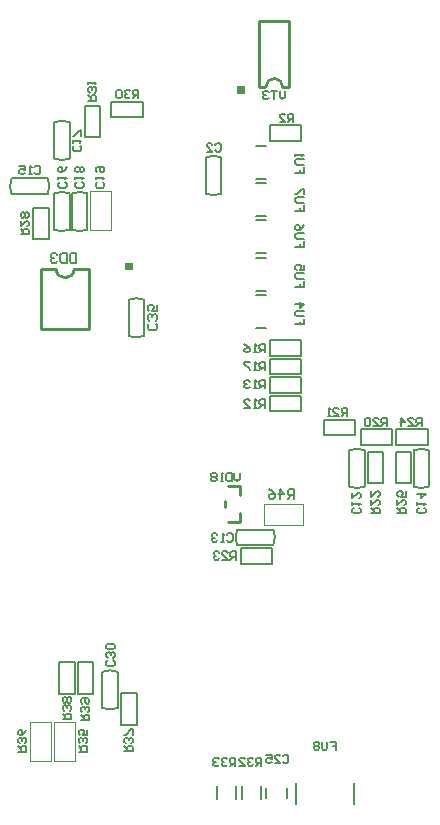
<source format=gbo>
G04 Layer_Color=32896*
%FSLAX24Y24*%
%MOIN*%
G70*
G01*
G75*
%ADD10C,0.0079*%
%ADD61C,0.0070*%
%ADD62C,0.0100*%
%ADD64C,0.0039*%
%ADD66C,0.0059*%
%ADD106C,0.0067*%
G36*
X36623Y35285D02*
X36373D01*
Y35535D01*
X36623D01*
Y35285D01*
D02*
G37*
G36*
X40361Y41177D02*
X40111D01*
Y41427D01*
X40361D01*
Y41177D01*
D02*
G37*
D10*
X43986Y17490D02*
Y18199D01*
X42057Y17490D02*
Y18199D01*
X40276Y17648D02*
Y18081D01*
X40906Y17648D02*
Y18081D01*
X39449Y17648D02*
Y18081D01*
X40079Y17648D02*
Y18081D01*
X40728Y37087D02*
X41083D01*
X40728Y38189D02*
X41083D01*
X40728Y35846D02*
X41083D01*
X40728Y36949D02*
X41083D01*
X40728Y34606D02*
X41083D01*
X40728Y35709D02*
X41083D01*
X40728Y33356D02*
X41083D01*
X40728Y34459D02*
X41083D01*
X40728Y38327D02*
X41083D01*
X40728Y39429D02*
X41083D01*
X41998Y27677D02*
Y27992D01*
X41841D01*
X41788Y27939D01*
Y27834D01*
X41841Y27782D01*
X41998D01*
X41893D02*
X41788Y27677D01*
X41526D02*
Y27992D01*
X41683Y27834D01*
X41473D01*
X41158Y27992D02*
X41263Y27939D01*
X41368Y27834D01*
Y27730D01*
X41316Y27677D01*
X41211D01*
X41158Y27730D01*
Y27782D01*
X41211Y27834D01*
X41368D01*
X37388Y33507D02*
X37441Y33455D01*
Y33350D01*
X37388Y33297D01*
X37178D01*
X37126Y33350D01*
Y33455D01*
X37178Y33507D01*
X37388Y33612D02*
X37441Y33665D01*
Y33770D01*
X37388Y33822D01*
X37336D01*
X37283Y33770D01*
Y33717D01*
Y33770D01*
X37231Y33822D01*
X37178D01*
X37126Y33770D01*
Y33665D01*
X37178Y33612D01*
X37441Y34137D02*
Y33927D01*
X37283D01*
X37336Y34032D01*
Y34084D01*
X37283Y34137D01*
X37178D01*
X37126Y34084D01*
Y33979D01*
X37178Y33927D01*
X34734Y35846D02*
Y35531D01*
X34577D01*
X34524Y35584D01*
Y35794D01*
X34577Y35846D01*
X34734D01*
X34419D02*
Y35531D01*
X34262D01*
X34209Y35584D01*
Y35794D01*
X34262Y35846D01*
X34419D01*
X34105Y35794D02*
X34052Y35846D01*
X33947D01*
X33895Y35794D01*
Y35741D01*
X33947Y35689D01*
X34000D01*
X33947D01*
X33895Y35636D01*
Y35584D01*
X33947Y35531D01*
X34052D01*
X34105Y35584D01*
D61*
X36486Y33097D02*
G03*
X36997Y33097I256J608D01*
G01*
Y34304D02*
G03*
X36486Y34304I-255J-609D01*
G01*
X35610Y20695D02*
G03*
X36121Y20695I256J608D01*
G01*
Y21903D02*
G03*
X35610Y21902I-255J-609D01*
G01*
X46496Y29285D02*
G03*
X45985Y29285I-256J-608D01*
G01*
Y28078D02*
G03*
X46496Y28078I255J609D01*
G01*
X44359Y29285D02*
G03*
X43849Y29285I-256J-608D01*
G01*
Y28078D02*
G03*
X44359Y28078I255J609D01*
G01*
X41312Y26133D02*
G03*
X41313Y26643I-608J256D01*
G01*
X40105D02*
G03*
X40106Y26133I609J-255D01*
G01*
X33793Y37835D02*
G03*
X33793Y38345I-608J256D01*
G01*
X32585D02*
G03*
X32586Y37835I609J-255D01*
G01*
X34518Y37848D02*
G03*
X34007Y37848I-256J-608D01*
G01*
Y36641D02*
G03*
X34518Y36641I255J609D01*
G01*
X34597D02*
G03*
X35107Y36641I256J608D01*
G01*
Y37848D02*
G03*
X34597Y37848I-255J-609D01*
G01*
X34006Y39012D02*
G03*
X34517Y39012I256J608D01*
G01*
Y40220D02*
G03*
X34006Y40219I-255J-609D01*
G01*
X39577Y39049D02*
G03*
X39066Y39049I-256J-608D01*
G01*
Y37841D02*
G03*
X39577Y37842I255J609D01*
G01*
X36486Y33100D02*
Y34301D01*
X36997Y33100D02*
Y34300D01*
X34793Y21171D02*
Y22215D01*
X35305Y21171D02*
Y22215D01*
X34793Y21171D02*
X35305D01*
X34793Y22215D02*
X35305D01*
X34173Y21171D02*
Y22215D01*
X34685Y21171D02*
Y22215D01*
X34173Y21171D02*
X34685D01*
X34173Y22215D02*
X34685D01*
X36762Y20138D02*
Y21181D01*
X36250Y20138D02*
Y21181D01*
X36762D01*
X36250Y20138D02*
X36762D01*
X35610Y20699D02*
Y21900D01*
X36121Y20699D02*
Y21899D01*
X45413Y29469D02*
X46457D01*
X45413Y29980D02*
X46457D01*
Y29469D02*
Y29980D01*
X45413Y29469D02*
Y29980D01*
X46496Y28081D02*
Y29281D01*
X45985Y28081D02*
Y29281D01*
X45896Y28189D02*
Y29232D01*
X45384Y28189D02*
Y29232D01*
X45896D01*
X45384Y28189D02*
X45896D01*
X44222Y29980D02*
X45266D01*
X44222Y29469D02*
X45266D01*
X44222D02*
Y29980D01*
X45266Y29469D02*
Y29980D01*
X44980Y28189D02*
Y29232D01*
X44468Y28189D02*
Y29232D01*
X44980D01*
X44468Y28189D02*
X44980D01*
X44359Y28081D02*
Y29281D01*
X43848Y28081D02*
Y29281D01*
X43002Y30295D02*
X44045D01*
X43002Y29783D02*
X44045D01*
X43002D02*
Y30295D01*
X44045Y29783D02*
Y30295D01*
X40217Y25512D02*
X41260D01*
X40217Y26024D02*
X41260D01*
Y25512D02*
Y26024D01*
X40217Y25512D02*
Y26024D01*
X40108Y26133D02*
X41309D01*
X40109Y26644D02*
X41309D01*
X41201Y31093D02*
X42244D01*
X41201Y30581D02*
X42244D01*
X41201D02*
Y31093D01*
X42244Y30581D02*
Y31093D01*
X41201Y31713D02*
X42244D01*
X41201Y31201D02*
X42244D01*
X41201D02*
Y31713D01*
X42244Y31201D02*
Y31713D01*
X41201Y32333D02*
X42244D01*
X41201Y31821D02*
X42244D01*
X41201D02*
Y32333D01*
X42244Y31821D02*
Y32333D01*
X41201Y32953D02*
X42244D01*
X41201Y32441D02*
X42244D01*
X41201D02*
Y32953D01*
X42244Y32441D02*
Y32953D01*
X32589Y37835D02*
X33789D01*
X32589Y38346D02*
X33789D01*
X34518Y36644D02*
Y37844D01*
X34007Y36644D02*
Y37844D01*
X34596Y36644D02*
Y37845D01*
X35107Y36644D02*
Y37844D01*
X34006Y39016D02*
Y40217D01*
X34517Y39016D02*
Y40216D01*
X33307Y36319D02*
Y37362D01*
X33819Y36319D02*
Y37362D01*
X33307Y36319D02*
X33819D01*
X33307Y37362D02*
X33819D01*
X35915Y40384D02*
X36959D01*
X35915Y40896D02*
X36959D01*
Y40384D02*
Y40896D01*
X35915Y40384D02*
Y40896D01*
X35531Y39734D02*
Y40778D01*
X35020Y39734D02*
Y40778D01*
X35531D01*
X35020Y39734D02*
X35531D01*
X41191Y40118D02*
X42234D01*
X41191Y39606D02*
X42234D01*
X41191D02*
Y40118D01*
X42234Y39606D02*
Y40118D01*
X39577Y37844D02*
Y39045D01*
X39066Y37845D02*
Y39045D01*
D62*
X34073Y35335D02*
G03*
X34673Y35335I300J0D01*
G01*
X41623Y41385D02*
G03*
X41065Y41404I-279J19D01*
G01*
X33573Y35335D02*
X34073D01*
X35173Y33335D02*
Y35335D01*
X33573Y33335D02*
Y35335D01*
Y33335D02*
X35173D01*
X34673Y35335D02*
X35173D01*
X41846Y41383D02*
Y43583D01*
X40846Y41383D02*
Y43583D01*
X41846D01*
X41646Y41383D02*
X41846D01*
X40846D02*
X41046D01*
X39784Y28100D02*
X40184D01*
Y27800D02*
Y28100D01*
X39784Y26900D02*
X40184D01*
Y27200D01*
X39684Y27400D02*
Y27600D01*
D64*
X33990Y20244D02*
X34691D01*
X33990Y18929D02*
X34691D01*
Y20244D01*
X33990Y18929D02*
Y20244D01*
X33212D02*
X33913D01*
X33212Y18929D02*
X33913D01*
Y20244D01*
X33212Y18929D02*
Y20244D01*
X35187Y37913D02*
X35896D01*
X35187Y36614D02*
X35896D01*
X35187D02*
Y37913D01*
X35896Y36614D02*
Y37913D01*
X40986Y26805D02*
Y27506D01*
X42301Y26805D02*
Y27506D01*
X40986D02*
X42301D01*
X40986Y26805D02*
X42301D01*
D66*
X39373Y39472D02*
X39419Y39518D01*
X39511D01*
X39557Y39472D01*
Y39288D01*
X39511Y39242D01*
X39419D01*
X39373Y39288D01*
X39098Y39242D02*
X39282D01*
X39098Y39426D01*
Y39472D01*
X39144Y39518D01*
X39236D01*
X39282Y39472D01*
X44176Y27369D02*
X44222Y27323D01*
Y27231D01*
X44176Y27185D01*
X43993D01*
X43947Y27231D01*
Y27323D01*
X43993Y27369D01*
X43947Y27461D02*
Y27552D01*
Y27506D01*
X44222D01*
X44176Y27461D01*
X43947Y27874D02*
Y27690D01*
X44131Y27874D01*
X44176D01*
X44222Y27828D01*
Y27736D01*
X44176Y27690D01*
X39767Y26470D02*
X39813Y26516D01*
X39905D01*
X39951Y26470D01*
Y26286D01*
X39905Y26240D01*
X39813D01*
X39767Y26286D01*
X39675Y26240D02*
X39583D01*
X39629D01*
Y26516D01*
X39675Y26470D01*
X39446D02*
X39400Y26516D01*
X39308D01*
X39262Y26470D01*
Y26424D01*
X39308Y26378D01*
X39354D01*
X39308D01*
X39262Y26332D01*
Y26286D01*
X39308Y26240D01*
X39400D01*
X39446Y26286D01*
X46342Y27369D02*
X46388Y27323D01*
Y27231D01*
X46342Y27185D01*
X46158D01*
X46112Y27231D01*
Y27323D01*
X46158Y27369D01*
X46112Y27461D02*
Y27552D01*
Y27506D01*
X46388D01*
X46342Y27461D01*
X46112Y27828D02*
X46388D01*
X46250Y27690D01*
Y27874D01*
X33350Y38724D02*
X33396Y38770D01*
X33488D01*
X33533Y38724D01*
Y38540D01*
X33488Y38494D01*
X33396D01*
X33350Y38540D01*
X33258Y38494D02*
X33166D01*
X33212D01*
Y38770D01*
X33258Y38724D01*
X32845Y38770D02*
X33028D01*
Y38632D01*
X32937Y38678D01*
X32891D01*
X32845Y38632D01*
Y38540D01*
X32891Y38494D01*
X32982D01*
X33028Y38540D01*
X34373Y38225D02*
X34419Y38179D01*
Y38087D01*
X34373Y38041D01*
X34190D01*
X34144Y38087D01*
Y38179D01*
X34190Y38225D01*
X34144Y38317D02*
Y38409D01*
Y38363D01*
X34419D01*
X34373Y38317D01*
X34419Y38730D02*
X34373Y38638D01*
X34281Y38546D01*
X34190D01*
X34144Y38592D01*
Y38684D01*
X34190Y38730D01*
X34236D01*
X34281Y38684D01*
Y38546D01*
X34856Y39445D02*
X34901Y39400D01*
Y39308D01*
X34856Y39262D01*
X34672D01*
X34626Y39308D01*
Y39400D01*
X34672Y39445D01*
X34626Y39537D02*
Y39629D01*
Y39583D01*
X34901D01*
X34856Y39537D01*
X34901Y39767D02*
Y39951D01*
X34856D01*
X34672Y39767D01*
X34626D01*
X34944Y38225D02*
X34990Y38179D01*
Y38087D01*
X34944Y38041D01*
X34760D01*
X34715Y38087D01*
Y38179D01*
X34760Y38225D01*
X34715Y38317D02*
Y38409D01*
Y38363D01*
X34990D01*
X34944Y38317D01*
Y38546D02*
X34990Y38592D01*
Y38684D01*
X34944Y38730D01*
X34898D01*
X34852Y38684D01*
X34806Y38730D01*
X34760D01*
X34715Y38684D01*
Y38592D01*
X34760Y38546D01*
X34806D01*
X34852Y38592D01*
X34898Y38546D01*
X34944D01*
X34852Y38592D02*
Y38684D01*
X35623Y38225D02*
X35669Y38179D01*
Y38087D01*
X35623Y38041D01*
X35440D01*
X35394Y38087D01*
Y38179D01*
X35440Y38225D01*
X35394Y38317D02*
Y38409D01*
Y38363D01*
X35669D01*
X35623Y38317D01*
X35440Y38546D02*
X35394Y38592D01*
Y38684D01*
X35440Y38730D01*
X35623D01*
X35669Y38684D01*
Y38592D01*
X35623Y38546D01*
X35577D01*
X35531Y38592D01*
Y38730D01*
X41627Y19088D02*
X41673Y19134D01*
X41765D01*
X41811Y19088D01*
Y18904D01*
X41765Y18858D01*
X41673D01*
X41627Y18904D01*
X41352Y18858D02*
X41536D01*
X41352Y19042D01*
Y19088D01*
X41398Y19134D01*
X41490D01*
X41536Y19088D01*
X41076Y19134D02*
X41260D01*
Y18996D01*
X41168Y19042D01*
X41122D01*
X41076Y18996D01*
Y18904D01*
X41122Y18858D01*
X41214D01*
X41260Y18904D01*
X35978Y22280D02*
X36024Y22234D01*
Y22142D01*
X35978Y22096D01*
X35794D01*
X35748Y22142D01*
Y22234D01*
X35794Y22280D01*
X35978Y22372D02*
X36024Y22418D01*
Y22510D01*
X35978Y22556D01*
X35932D01*
X35886Y22510D01*
Y22464D01*
Y22510D01*
X35840Y22556D01*
X35794D01*
X35748Y22510D01*
Y22418D01*
X35794Y22372D01*
X35978Y22647D02*
X36024Y22693D01*
Y22785D01*
X35978Y22831D01*
X35794D01*
X35748Y22785D01*
Y22693D01*
X35794Y22647D01*
X35978D01*
X42323Y38717D02*
Y38533D01*
X42185D01*
Y38625D01*
Y38533D01*
X42047D01*
X42323Y38809D02*
X42093D01*
X42047Y38855D01*
Y38947D01*
X42093Y38993D01*
X42323D01*
X42047Y39084D02*
Y39176D01*
Y39130D01*
X42323D01*
X42277Y39084D01*
X42323Y33668D02*
Y33484D01*
X42185D01*
Y33576D01*
Y33484D01*
X42047D01*
X42323Y33760D02*
X42093D01*
X42047Y33806D01*
Y33898D01*
X42093Y33943D01*
X42323D01*
X42047Y34173D02*
X42323D01*
X42185Y34035D01*
Y34219D01*
X42323Y34918D02*
Y34734D01*
X42185D01*
Y34826D01*
Y34734D01*
X42047D01*
X42323Y35010D02*
X42093D01*
X42047Y35056D01*
Y35148D01*
X42093Y35193D01*
X42323D01*
Y35469D02*
Y35285D01*
X42185D01*
X42231Y35377D01*
Y35423D01*
X42185Y35469D01*
X42093D01*
X42047Y35423D01*
Y35331D01*
X42093Y35285D01*
X42323Y36247D02*
Y36063D01*
X42185D01*
Y36155D01*
Y36063D01*
X42047D01*
X42323Y36338D02*
X42093D01*
X42047Y36384D01*
Y36476D01*
X42093Y36522D01*
X42323D01*
Y36798D02*
X42277Y36706D01*
X42185Y36614D01*
X42093D01*
X42047Y36660D01*
Y36752D01*
X42093Y36798D01*
X42139D01*
X42185Y36752D01*
Y36614D01*
X42323Y37447D02*
Y37264D01*
X42185D01*
Y37356D01*
Y37264D01*
X42047D01*
X42323Y37539D02*
X42093D01*
X42047Y37585D01*
Y37677D01*
X42093Y37723D01*
X42323D01*
Y37815D02*
Y37998D01*
X42277D01*
X42093Y37815D01*
X42047D01*
X43202Y19577D02*
X43386D01*
Y19439D01*
X43294D01*
X43386D01*
Y19301D01*
X43110Y19577D02*
Y19347D01*
X43064Y19301D01*
X42973D01*
X42927Y19347D01*
Y19577D01*
X42835Y19531D02*
X42789Y19577D01*
X42697D01*
X42651Y19531D01*
Y19485D01*
X42697Y19439D01*
X42651Y19393D01*
Y19347D01*
X42697Y19301D01*
X42789D01*
X42835Y19347D01*
Y19393D01*
X42789Y19439D01*
X42835Y19485D01*
Y19531D01*
X42789Y19439D02*
X42697D01*
X41978Y40226D02*
Y40502D01*
X41841D01*
X41795Y40456D01*
Y40364D01*
X41841Y40318D01*
X41978D01*
X41887D02*
X41795Y40226D01*
X41519D02*
X41703D01*
X41519Y40410D01*
Y40456D01*
X41565Y40502D01*
X41657D01*
X41703Y40456D01*
X41033Y30709D02*
Y30984D01*
X40896D01*
X40850Y30938D01*
Y30846D01*
X40896Y30800D01*
X41033D01*
X40942D02*
X40850Y30709D01*
X40758D02*
X40666D01*
X40712D01*
Y30984D01*
X40758Y30938D01*
X40345Y30709D02*
X40528D01*
X40345Y30892D01*
Y30938D01*
X40391Y30984D01*
X40482D01*
X40528Y30938D01*
X41033Y31348D02*
Y31624D01*
X40896D01*
X40850Y31578D01*
Y31486D01*
X40896Y31440D01*
X41033D01*
X40942D02*
X40850Y31348D01*
X40758D02*
X40666D01*
X40712D01*
Y31624D01*
X40758Y31578D01*
X40528D02*
X40482Y31624D01*
X40391D01*
X40345Y31578D01*
Y31532D01*
X40391Y31486D01*
X40437D01*
X40391D01*
X40345Y31440D01*
Y31394D01*
X40391Y31348D01*
X40482D01*
X40528Y31394D01*
X41033Y32549D02*
Y32825D01*
X40896D01*
X40850Y32779D01*
Y32687D01*
X40896Y32641D01*
X41033D01*
X40942D02*
X40850Y32549D01*
X40758D02*
X40666D01*
X40712D01*
Y32825D01*
X40758Y32779D01*
X40345Y32825D02*
X40437Y32779D01*
X40528Y32687D01*
Y32595D01*
X40482Y32549D01*
X40391D01*
X40345Y32595D01*
Y32641D01*
X40391Y32687D01*
X40528D01*
X41033Y31949D02*
Y32224D01*
X40896D01*
X40850Y32178D01*
Y32087D01*
X40896Y32041D01*
X41033D01*
X40942D02*
X40850Y31949D01*
X40758D02*
X40666D01*
X40712D01*
Y32224D01*
X40758Y32178D01*
X40528Y32224D02*
X40345D01*
Y32178D01*
X40528Y31995D01*
Y31949D01*
X45098Y30098D02*
Y30374D01*
X44961D01*
X44915Y30328D01*
Y30236D01*
X44961Y30190D01*
X45098D01*
X45007D02*
X44915Y30098D01*
X44639D02*
X44823D01*
X44639Y30282D01*
Y30328D01*
X44685Y30374D01*
X44777D01*
X44823Y30328D01*
X44547D02*
X44502Y30374D01*
X44410D01*
X44364Y30328D01*
Y30144D01*
X44410Y30098D01*
X44502D01*
X44547Y30144D01*
Y30328D01*
X43770Y30423D02*
Y30699D01*
X43632D01*
X43586Y30653D01*
Y30561D01*
X43632Y30515D01*
X43770D01*
X43678D02*
X43586Y30423D01*
X43311D02*
X43494D01*
X43311Y30607D01*
Y30653D01*
X43356Y30699D01*
X43448D01*
X43494Y30653D01*
X43219Y30423D02*
X43127D01*
X43173D01*
Y30699D01*
X43219Y30653D01*
X44577Y27185D02*
X44852D01*
Y27323D01*
X44806Y27369D01*
X44715D01*
X44669Y27323D01*
Y27185D01*
Y27277D02*
X44577Y27369D01*
Y27644D02*
Y27461D01*
X44760Y27644D01*
X44806D01*
X44852Y27598D01*
Y27506D01*
X44806Y27461D01*
X44577Y27920D02*
Y27736D01*
X44760Y27920D01*
X44806D01*
X44852Y27874D01*
Y27782D01*
X44806Y27736D01*
X40059Y25640D02*
Y25915D01*
X39921D01*
X39875Y25869D01*
Y25778D01*
X39921Y25732D01*
X40059D01*
X39967D02*
X39875Y25640D01*
X39600D02*
X39784D01*
X39600Y25823D01*
Y25869D01*
X39646Y25915D01*
X39738D01*
X39784Y25869D01*
X39508D02*
X39462Y25915D01*
X39370D01*
X39324Y25869D01*
Y25823D01*
X39370Y25778D01*
X39416D01*
X39370D01*
X39324Y25732D01*
Y25686D01*
X39370Y25640D01*
X39462D01*
X39508Y25686D01*
X46260Y30098D02*
Y30374D01*
X46122D01*
X46076Y30328D01*
Y30236D01*
X46122Y30190D01*
X46260D01*
X46168D02*
X46076Y30098D01*
X45801D02*
X45984D01*
X45801Y30282D01*
Y30328D01*
X45847Y30374D01*
X45938D01*
X45984Y30328D01*
X45571Y30098D02*
Y30374D01*
X45709Y30236D01*
X45525D01*
X45443Y27185D02*
X45718D01*
Y27323D01*
X45672Y27369D01*
X45581D01*
X45535Y27323D01*
Y27185D01*
Y27277D02*
X45443Y27369D01*
Y27644D02*
Y27461D01*
X45627Y27644D01*
X45672D01*
X45718Y27598D01*
Y27506D01*
X45672Y27461D01*
X45718Y27920D02*
Y27736D01*
X45581D01*
X45627Y27828D01*
Y27874D01*
X45581Y27920D01*
X45489D01*
X45443Y27874D01*
Y27782D01*
X45489Y27736D01*
X32884Y36486D02*
X33159D01*
Y36624D01*
X33113Y36670D01*
X33022D01*
X32976Y36624D01*
Y36486D01*
Y36578D02*
X32884Y36670D01*
Y36945D02*
Y36762D01*
X33068Y36945D01*
X33113D01*
X33159Y36899D01*
Y36808D01*
X33113Y36762D01*
Y37037D02*
X33159Y37083D01*
Y37175D01*
X33113Y37221D01*
X33068D01*
X33022Y37175D01*
X32976Y37221D01*
X32930D01*
X32884Y37175D01*
Y37083D01*
X32930Y37037D01*
X32976D01*
X33022Y37083D01*
X33068Y37037D01*
X33113D01*
X33022Y37083D02*
Y37175D01*
X36811Y41033D02*
Y41309D01*
X36673D01*
X36627Y41263D01*
Y41171D01*
X36673Y41125D01*
X36811D01*
X36719D02*
X36627Y41033D01*
X36536Y41263D02*
X36490Y41309D01*
X36398D01*
X36352Y41263D01*
Y41217D01*
X36398Y41171D01*
X36444D01*
X36398D01*
X36352Y41125D01*
Y41079D01*
X36398Y41033D01*
X36490D01*
X36536Y41079D01*
X36260Y41263D02*
X36214Y41309D01*
X36122D01*
X36076Y41263D01*
Y41079D01*
X36122Y41033D01*
X36214D01*
X36260Y41079D01*
Y41263D01*
X35138Y40935D02*
X35413D01*
Y41073D01*
X35367Y41119D01*
X35276D01*
X35230Y41073D01*
Y40935D01*
Y41027D02*
X35138Y41119D01*
X35367Y41211D02*
X35413Y41256D01*
Y41348D01*
X35367Y41394D01*
X35321D01*
X35276Y41348D01*
Y41302D01*
Y41348D01*
X35230Y41394D01*
X35184D01*
X35138Y41348D01*
Y41256D01*
X35184Y41211D01*
X35138Y41486D02*
Y41578D01*
Y41532D01*
X35413D01*
X35367Y41486D01*
X40915Y18770D02*
Y19045D01*
X40778D01*
X40732Y18999D01*
Y18907D01*
X40778Y18862D01*
X40915D01*
X40824D02*
X40732Y18770D01*
X40640Y18999D02*
X40594Y19045D01*
X40502D01*
X40456Y18999D01*
Y18953D01*
X40502Y18907D01*
X40548D01*
X40502D01*
X40456Y18862D01*
Y18816D01*
X40502Y18770D01*
X40594D01*
X40640Y18816D01*
X40181Y18770D02*
X40364D01*
X40181Y18953D01*
Y18999D01*
X40227Y19045D01*
X40318D01*
X40364Y18999D01*
X40049Y18750D02*
Y19025D01*
X39911D01*
X39866Y18980D01*
Y18888D01*
X39911Y18842D01*
X40049D01*
X39957D02*
X39866Y18750D01*
X39774Y18980D02*
X39728Y19025D01*
X39636D01*
X39590Y18980D01*
Y18934D01*
X39636Y18888D01*
X39682D01*
X39636D01*
X39590Y18842D01*
Y18796D01*
X39636Y18750D01*
X39728D01*
X39774Y18796D01*
X39498Y18980D02*
X39452Y19025D01*
X39360D01*
X39315Y18980D01*
Y18934D01*
X39360Y18888D01*
X39406D01*
X39360D01*
X39315Y18842D01*
Y18796D01*
X39360Y18750D01*
X39452D01*
X39498Y18796D01*
X34823Y19242D02*
X35098D01*
Y19380D01*
X35052Y19426D01*
X34961D01*
X34915Y19380D01*
Y19242D01*
Y19334D02*
X34823Y19426D01*
X35052Y19518D02*
X35098Y19564D01*
Y19655D01*
X35052Y19701D01*
X35006D01*
X34961Y19655D01*
Y19609D01*
Y19655D01*
X34915Y19701D01*
X34869D01*
X34823Y19655D01*
Y19564D01*
X34869Y19518D01*
X35098Y19977D02*
Y19793D01*
X34961D01*
X35006Y19885D01*
Y19931D01*
X34961Y19977D01*
X34869D01*
X34823Y19931D01*
Y19839D01*
X34869Y19793D01*
X32805Y19242D02*
X33081D01*
Y19380D01*
X33035Y19426D01*
X32943D01*
X32897Y19380D01*
Y19242D01*
Y19334D02*
X32805Y19426D01*
X33035Y19518D02*
X33081Y19564D01*
Y19655D01*
X33035Y19701D01*
X32989D01*
X32943Y19655D01*
Y19609D01*
Y19655D01*
X32897Y19701D01*
X32851D01*
X32805Y19655D01*
Y19564D01*
X32851Y19518D01*
X33081Y19977D02*
X33035Y19885D01*
X32943Y19793D01*
X32851D01*
X32805Y19839D01*
Y19931D01*
X32851Y19977D01*
X32897D01*
X32943Y19931D01*
Y19793D01*
X36348Y19252D02*
X36624D01*
Y19390D01*
X36578Y19436D01*
X36486D01*
X36440Y19390D01*
Y19252D01*
Y19344D02*
X36348Y19436D01*
X36578Y19527D02*
X36624Y19573D01*
Y19665D01*
X36578Y19711D01*
X36532D01*
X36486Y19665D01*
Y19619D01*
Y19665D01*
X36440Y19711D01*
X36394D01*
X36348Y19665D01*
Y19573D01*
X36394Y19527D01*
X36624Y19803D02*
Y19987D01*
X36578D01*
X36394Y19803D01*
X36348D01*
X34291Y20325D02*
X34567D01*
Y20463D01*
X34521Y20508D01*
X34429D01*
X34383Y20463D01*
Y20325D01*
Y20417D02*
X34291Y20508D01*
X34521Y20600D02*
X34567Y20646D01*
Y20738D01*
X34521Y20784D01*
X34475D01*
X34429Y20738D01*
Y20692D01*
Y20738D01*
X34383Y20784D01*
X34337D01*
X34291Y20738D01*
Y20646D01*
X34337Y20600D01*
X34521Y20876D02*
X34567Y20922D01*
Y21014D01*
X34521Y21059D01*
X34475D01*
X34429Y21014D01*
X34383Y21059D01*
X34337D01*
X34291Y21014D01*
Y20922D01*
X34337Y20876D01*
X34383D01*
X34429Y20922D01*
X34475Y20876D01*
X34521D01*
X34429Y20922D02*
Y21014D01*
X34902Y20285D02*
X35177D01*
Y20423D01*
X35131Y20469D01*
X35039D01*
X34993Y20423D01*
Y20285D01*
Y20377D02*
X34902Y20469D01*
X35131Y20561D02*
X35177Y20607D01*
Y20699D01*
X35131Y20745D01*
X35085D01*
X35039Y20699D01*
Y20653D01*
Y20699D01*
X34993Y20745D01*
X34947D01*
X34902Y20699D01*
Y20607D01*
X34947Y20561D01*
Y20836D02*
X34902Y20882D01*
Y20974D01*
X34947Y21020D01*
X35131D01*
X35177Y20974D01*
Y20882D01*
X35131Y20836D01*
X35085D01*
X35039Y20882D01*
Y21020D01*
X40197Y28527D02*
Y28343D01*
X40105Y28252D01*
X40014Y28343D01*
Y28527D01*
X39922D02*
Y28252D01*
X39784D01*
X39738Y28297D01*
Y28481D01*
X39784Y28527D01*
X39922D01*
X39646Y28252D02*
X39554D01*
X39600D01*
Y28527D01*
X39646Y28481D01*
X39417D02*
X39371Y28527D01*
X39279D01*
X39233Y28481D01*
Y28435D01*
X39279Y28389D01*
X39233Y28343D01*
Y28297D01*
X39279Y28252D01*
X39371D01*
X39417Y28297D01*
Y28343D01*
X39371Y28389D01*
X39417Y28435D01*
Y28481D01*
X39371Y28389D02*
X39279D01*
X41703Y41260D02*
Y41076D01*
X41611Y40984D01*
X41519Y41076D01*
Y41260D01*
X41427D02*
X41244D01*
X41335D01*
Y40984D01*
X41152Y41214D02*
X41106Y41260D01*
X41014D01*
X40968Y41214D01*
Y41168D01*
X41014Y41122D01*
X41060D01*
X41014D01*
X40968Y41076D01*
Y41030D01*
X41014Y40984D01*
X41106D01*
X41152Y41030D01*
D106*
X41053Y17687D02*
Y18041D01*
X41762Y17687D02*
Y18041D01*
M02*

</source>
